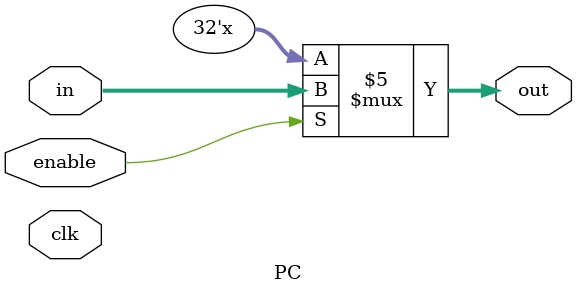
<source format=v>
module PC(
    input enable,clk,
    input[31:0] in,
    output reg[31:0] out
);
    initial begin
      out = 32'd0;
    end
    always@(clk)begin
      $display("Next PC:%b", in);
      if(enable==1)
        out = in;
    end

endmodule
</source>
